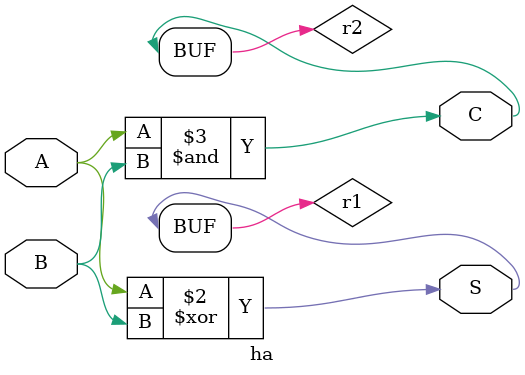
<source format=v>
`timescale 1ns / 1ps


module ha(A,B,S,C);

input A,B;
output S, C;
reg r1,r2;

assign S = r1;
assign C = r2;

always @(*)
begin
    r1 = A ^ B;
    r2 = A & B;
end 

endmodule

</source>
